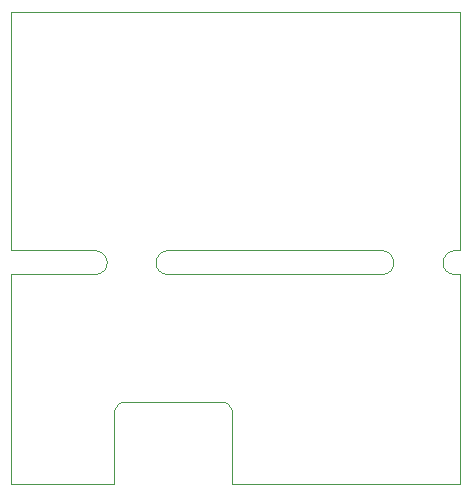
<source format=gko>
G75*
G70*
%OFA0B0*%
%FSLAX24Y24*%
%IPPOS*%
%LPD*%
%AMOC8*
5,1,8,0,0,1.08239X$1,22.5*
%
%ADD10C,0.0000*%
D10*
X023136Y005612D02*
X026562Y005612D01*
X026562Y007974D01*
X026561Y007974D02*
X026563Y008013D01*
X026569Y008051D01*
X026578Y008088D01*
X026591Y008125D01*
X026608Y008160D01*
X026627Y008193D01*
X026650Y008224D01*
X026676Y008253D01*
X026705Y008279D01*
X026736Y008302D01*
X026769Y008321D01*
X026804Y008338D01*
X026841Y008351D01*
X026878Y008360D01*
X026916Y008366D01*
X026955Y008368D01*
X030105Y008368D01*
X030144Y008366D01*
X030182Y008360D01*
X030219Y008351D01*
X030256Y008338D01*
X030291Y008321D01*
X030324Y008302D01*
X030355Y008279D01*
X030384Y008253D01*
X030410Y008224D01*
X030433Y008193D01*
X030452Y008160D01*
X030469Y008125D01*
X030482Y008088D01*
X030491Y008051D01*
X030497Y008013D01*
X030499Y007974D01*
X030499Y005612D01*
X038097Y005612D01*
X038097Y012620D01*
X037908Y012620D01*
X037908Y012619D02*
X037869Y012621D01*
X037831Y012627D01*
X037794Y012636D01*
X037757Y012649D01*
X037722Y012666D01*
X037689Y012685D01*
X037658Y012708D01*
X037629Y012734D01*
X037603Y012763D01*
X037580Y012794D01*
X037561Y012827D01*
X037544Y012862D01*
X037531Y012899D01*
X037522Y012936D01*
X037516Y012974D01*
X037514Y013013D01*
X037516Y013052D01*
X037522Y013090D01*
X037531Y013127D01*
X037544Y013164D01*
X037561Y013199D01*
X037580Y013232D01*
X037603Y013263D01*
X037629Y013292D01*
X037658Y013318D01*
X037689Y013341D01*
X037722Y013360D01*
X037757Y013377D01*
X037794Y013390D01*
X037831Y013399D01*
X037869Y013405D01*
X037908Y013407D01*
X038097Y013407D01*
X038097Y021360D01*
X023136Y021360D01*
X023136Y013407D01*
X025924Y013407D01*
X025963Y013405D01*
X026001Y013399D01*
X026038Y013390D01*
X026075Y013377D01*
X026110Y013360D01*
X026143Y013341D01*
X026174Y013318D01*
X026203Y013292D01*
X026229Y013263D01*
X026252Y013232D01*
X026271Y013199D01*
X026288Y013164D01*
X026301Y013127D01*
X026310Y013090D01*
X026316Y013052D01*
X026318Y013013D01*
X026316Y012974D01*
X026310Y012936D01*
X026301Y012899D01*
X026288Y012862D01*
X026271Y012827D01*
X026252Y012794D01*
X026229Y012763D01*
X026203Y012734D01*
X026174Y012708D01*
X026143Y012685D01*
X026110Y012666D01*
X026075Y012649D01*
X026038Y012636D01*
X026001Y012627D01*
X025963Y012621D01*
X025924Y012619D01*
X025924Y012620D02*
X023136Y012620D01*
X023136Y005612D01*
X028341Y012620D02*
X035481Y012620D01*
X035481Y012619D02*
X035520Y012621D01*
X035558Y012627D01*
X035595Y012636D01*
X035632Y012649D01*
X035667Y012666D01*
X035700Y012685D01*
X035731Y012708D01*
X035760Y012734D01*
X035786Y012763D01*
X035809Y012794D01*
X035828Y012827D01*
X035845Y012862D01*
X035858Y012899D01*
X035867Y012936D01*
X035873Y012974D01*
X035875Y013013D01*
X035873Y013052D01*
X035867Y013090D01*
X035858Y013127D01*
X035845Y013164D01*
X035828Y013199D01*
X035809Y013232D01*
X035786Y013263D01*
X035760Y013292D01*
X035731Y013318D01*
X035700Y013341D01*
X035667Y013360D01*
X035632Y013377D01*
X035595Y013390D01*
X035558Y013399D01*
X035520Y013405D01*
X035481Y013407D01*
X028341Y013407D01*
X028302Y013405D01*
X028264Y013399D01*
X028227Y013390D01*
X028190Y013377D01*
X028155Y013360D01*
X028122Y013341D01*
X028091Y013318D01*
X028062Y013292D01*
X028036Y013263D01*
X028013Y013232D01*
X027994Y013199D01*
X027977Y013164D01*
X027964Y013127D01*
X027955Y013090D01*
X027949Y013052D01*
X027947Y013013D01*
X027949Y012974D01*
X027955Y012936D01*
X027964Y012899D01*
X027977Y012862D01*
X027994Y012827D01*
X028013Y012794D01*
X028036Y012763D01*
X028062Y012734D01*
X028091Y012708D01*
X028122Y012685D01*
X028155Y012666D01*
X028190Y012649D01*
X028227Y012636D01*
X028264Y012627D01*
X028302Y012621D01*
X028341Y012619D01*
M02*

</source>
